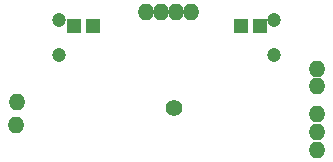
<source format=gbr>
G04 #@! TF.FileFunction,Soldermask,Bot*
%FSLAX46Y46*%
G04 Gerber Fmt 4.6, Leading zero omitted, Abs format (unit mm)*
G04 Created by KiCad (PCBNEW 4.0.7) date Thursday, August 02, 2018 'PMt' 03:47:54 PM*
%MOMM*%
%LPD*%
G01*
G04 APERTURE LIST*
%ADD10C,0.100000*%
%ADD11R,1.200000X1.200000*%
%ADD12O,1.400000X1.400000*%
%ADD13C,1.200000*%
%ADD14C,1.400000*%
G04 APERTURE END LIST*
D10*
D11*
X109850000Y-71375000D03*
X111450000Y-71375000D03*
X125620000Y-71410000D03*
X124020000Y-71410000D03*
D12*
X105003600Y-77851000D03*
X104978200Y-79781400D03*
X119761000Y-70205600D03*
X118491000Y-70205600D03*
X117221000Y-70205600D03*
X115951000Y-70205600D03*
X130420000Y-78820000D03*
X130410000Y-81870000D03*
X130420000Y-80350000D03*
X130403600Y-75006200D03*
X130403600Y-76454000D03*
D13*
X108600000Y-73800000D03*
X108600000Y-70900000D03*
X126800000Y-73800000D03*
X126800000Y-70900000D03*
D14*
X118313200Y-78308200D03*
M02*

</source>
